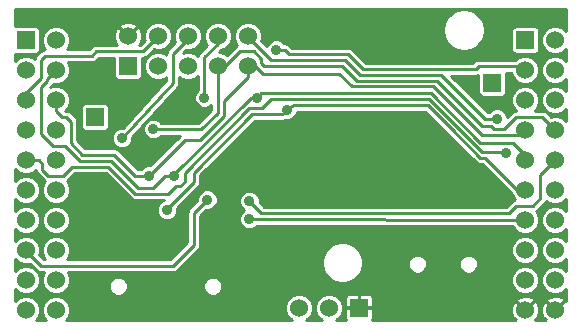
<source format=gbl>
G04 (created by PCBNEW (2013-07-07 BZR 4022)-stable) date 27/12/2013 08:41:32*
%MOIN*%
G04 Gerber Fmt 3.4, Leading zero omitted, Abs format*
%FSLAX34Y34*%
G01*
G70*
G90*
G04 APERTURE LIST*
%ADD10C,0.00590551*%
%ADD11R,0.06X0.06*%
%ADD12C,0.06*%
%ADD13C,0.035*%
%ADD14C,0.01*%
%ADD15C,0.00984252*%
G04 APERTURE END LIST*
G54D10*
G54D11*
X81100Y-69900D03*
G54D12*
X80100Y-69900D03*
X79100Y-69900D03*
G54D11*
X70000Y-60984D03*
G54D12*
X71000Y-60984D03*
X70000Y-61984D03*
X71000Y-61984D03*
X70000Y-62984D03*
X71000Y-62984D03*
X70000Y-63984D03*
X71000Y-63984D03*
X70000Y-64984D03*
X71000Y-64984D03*
X70000Y-65984D03*
X71000Y-65984D03*
X70000Y-66984D03*
X71000Y-66984D03*
X70000Y-67984D03*
X71000Y-67984D03*
X70000Y-68984D03*
X71000Y-68984D03*
X70000Y-69984D03*
X71000Y-69984D03*
G54D11*
X86650Y-60984D03*
G54D12*
X87650Y-60984D03*
X86650Y-61984D03*
X87650Y-61984D03*
X86650Y-62984D03*
X87650Y-62984D03*
X86650Y-63984D03*
X87650Y-63984D03*
X86650Y-64984D03*
X87650Y-64984D03*
X86650Y-65984D03*
X87650Y-65984D03*
X86650Y-66984D03*
X87650Y-66984D03*
X86650Y-67984D03*
X87650Y-67984D03*
X86650Y-68984D03*
X87650Y-68984D03*
X86650Y-69984D03*
X87650Y-69984D03*
G54D11*
X85550Y-62400D03*
X73400Y-61850D03*
G54D12*
X73400Y-60850D03*
X74400Y-61850D03*
X74400Y-60850D03*
X75400Y-61850D03*
X75400Y-60850D03*
X76400Y-61850D03*
X76400Y-60850D03*
X77400Y-61850D03*
X77400Y-60850D03*
G54D11*
X72300Y-63550D03*
G54D13*
X78350Y-61300D03*
X73200Y-64250D03*
X86000Y-64750D03*
X85700Y-63600D03*
X77450Y-66950D03*
X74250Y-63950D03*
X75950Y-62900D03*
X77700Y-62900D03*
X74950Y-65500D03*
X74100Y-65500D03*
X74700Y-66650D03*
X78700Y-63300D03*
X76050Y-66300D03*
X77450Y-66350D03*
X77100Y-68200D03*
X78400Y-67600D03*
X81750Y-63700D03*
X80650Y-63650D03*
X72600Y-61750D03*
X78500Y-60250D03*
X81650Y-61550D03*
G54D14*
X70500Y-62250D02*
X70500Y-61650D01*
X73200Y-61350D02*
X73900Y-61350D01*
X74400Y-60850D02*
X73900Y-61350D01*
X70000Y-62750D02*
X70500Y-62250D01*
X70000Y-62750D02*
X70000Y-62984D01*
X72350Y-61350D02*
X73200Y-61350D01*
X72200Y-61500D02*
X72350Y-61350D01*
X70650Y-61500D02*
X72200Y-61500D01*
X70500Y-61650D02*
X70650Y-61500D01*
X78350Y-61300D02*
X78630Y-61300D01*
X86516Y-61850D02*
X86650Y-61984D01*
X85100Y-61850D02*
X86516Y-61850D01*
X85000Y-61950D02*
X85100Y-61850D01*
X81230Y-61950D02*
X85000Y-61950D01*
X80730Y-61450D02*
X81230Y-61950D01*
X78780Y-61450D02*
X80730Y-61450D01*
X78630Y-61300D02*
X78780Y-61450D01*
X75400Y-60850D02*
X75400Y-60950D01*
X74900Y-62400D02*
X73200Y-64250D01*
X74900Y-61450D02*
X74900Y-62400D01*
X75400Y-60950D02*
X74900Y-61450D01*
X85200Y-64700D02*
X85950Y-64700D01*
X83445Y-62950D02*
X85195Y-64700D01*
X85195Y-64700D02*
X85200Y-64700D01*
X75300Y-65550D02*
X75300Y-65400D01*
X78180Y-62950D02*
X81100Y-62950D01*
X77880Y-63250D02*
X78180Y-62950D01*
X77450Y-63250D02*
X77880Y-63250D01*
X75300Y-65400D02*
X77450Y-63250D01*
X81100Y-62950D02*
X83445Y-62950D01*
X85950Y-64700D02*
X86000Y-64750D01*
X70000Y-64984D02*
X70434Y-64984D01*
X75300Y-65700D02*
X75300Y-65550D01*
X75300Y-65550D02*
X75300Y-65533D01*
X75150Y-65850D02*
X75300Y-65700D01*
X75000Y-65850D02*
X75150Y-65850D01*
X74750Y-66100D02*
X75000Y-65850D01*
X73650Y-66100D02*
X74750Y-66100D01*
X72750Y-65200D02*
X73650Y-66100D01*
X71550Y-65200D02*
X72750Y-65200D01*
X71250Y-65500D02*
X71550Y-65200D01*
X70750Y-65500D02*
X71250Y-65500D01*
X70550Y-65300D02*
X70750Y-65500D01*
X70550Y-65100D02*
X70550Y-65300D01*
X70434Y-64984D02*
X70550Y-65100D01*
X77400Y-60850D02*
X77400Y-60869D01*
X85300Y-63600D02*
X85700Y-63600D01*
X83850Y-62150D02*
X85300Y-63600D01*
X81150Y-62150D02*
X83850Y-62150D01*
X80650Y-61650D02*
X81150Y-62150D01*
X78180Y-61650D02*
X80650Y-61650D01*
X77400Y-60869D02*
X78180Y-61650D01*
X77450Y-66950D02*
X86650Y-66984D01*
X76400Y-61850D02*
X76650Y-61850D01*
X85500Y-63850D02*
X85600Y-63950D01*
X85600Y-63950D02*
X85950Y-63950D01*
X85950Y-63950D02*
X86350Y-63550D01*
X83550Y-62350D02*
X83700Y-62350D01*
X86350Y-63550D02*
X87200Y-63550D01*
X87200Y-63550D02*
X87634Y-63984D01*
X87634Y-63984D02*
X87650Y-63984D01*
X78050Y-61850D02*
X80550Y-61850D01*
X81050Y-62350D02*
X83550Y-62350D01*
X80550Y-61850D02*
X81050Y-62350D01*
X83700Y-62350D02*
X85200Y-63850D01*
X85200Y-63850D02*
X85500Y-63850D01*
X77950Y-61850D02*
X78050Y-61850D01*
X77850Y-61750D02*
X77950Y-61850D01*
X77850Y-61600D02*
X77850Y-61750D01*
X77600Y-61350D02*
X77850Y-61600D01*
X77150Y-61350D02*
X77600Y-61350D01*
X76650Y-61850D02*
X77150Y-61350D01*
X76400Y-63400D02*
X75838Y-63961D01*
X75838Y-63961D02*
X74250Y-63950D01*
X76400Y-61850D02*
X76400Y-63400D01*
X74950Y-65500D02*
X74950Y-65450D01*
X77500Y-62900D02*
X77700Y-62900D01*
X74950Y-65450D02*
X77500Y-62900D01*
X86650Y-64984D02*
X86650Y-64800D01*
X86650Y-64800D02*
X86250Y-64400D01*
X86250Y-64400D02*
X85150Y-64400D01*
X85150Y-64400D02*
X83500Y-62750D01*
X83500Y-62750D02*
X77850Y-62750D01*
X77850Y-62750D02*
X77700Y-62900D01*
X70500Y-64100D02*
X70500Y-62550D01*
X74650Y-65500D02*
X74250Y-65900D01*
X74250Y-65900D02*
X73750Y-65900D01*
X73750Y-65900D02*
X72850Y-65000D01*
X72850Y-65000D02*
X71800Y-65000D01*
X71800Y-65000D02*
X71300Y-64500D01*
X71300Y-64500D02*
X70900Y-64500D01*
X70900Y-64500D02*
X70500Y-64100D01*
X74950Y-65500D02*
X74650Y-65500D01*
X70700Y-62284D02*
X71000Y-61984D01*
X70700Y-62350D02*
X70700Y-62284D01*
X70500Y-62550D02*
X70700Y-62350D01*
X75950Y-61550D02*
X75950Y-62900D01*
X76400Y-60850D02*
X76400Y-61100D01*
X76400Y-61100D02*
X75950Y-61550D01*
X74950Y-65500D02*
X75000Y-65500D01*
X77400Y-61850D02*
X77650Y-61850D01*
X86484Y-64150D02*
X86650Y-63984D01*
X85200Y-64150D02*
X86484Y-64150D01*
X83580Y-62530D02*
X85200Y-64150D01*
X80880Y-62530D02*
X83580Y-62530D01*
X80450Y-62100D02*
X80880Y-62530D01*
X77900Y-62100D02*
X80450Y-62100D01*
X77650Y-61850D02*
X77900Y-62100D01*
X77400Y-61850D02*
X77400Y-62200D01*
X75300Y-64300D02*
X74100Y-65500D01*
X75800Y-64300D02*
X75300Y-64300D01*
X76600Y-63500D02*
X75800Y-64300D01*
X76600Y-63000D02*
X76600Y-63500D01*
X77400Y-62200D02*
X76600Y-63000D01*
X71000Y-62984D02*
X71000Y-63350D01*
X73650Y-65500D02*
X74100Y-65500D01*
X72950Y-64800D02*
X73650Y-65500D01*
X71880Y-64800D02*
X72950Y-64800D01*
X71500Y-64419D02*
X71880Y-64800D01*
X71500Y-63700D02*
X71500Y-64419D01*
X71350Y-63550D02*
X71500Y-63700D01*
X71200Y-63550D02*
X71350Y-63550D01*
X71000Y-63350D02*
X71200Y-63550D01*
X74700Y-66650D02*
X74700Y-66600D01*
X78550Y-63450D02*
X78700Y-63300D01*
X77550Y-63450D02*
X78550Y-63450D01*
X75600Y-65400D02*
X77550Y-63450D01*
X75600Y-65700D02*
X75600Y-65400D01*
X74700Y-66600D02*
X75600Y-65700D01*
X86650Y-65984D02*
X86384Y-65984D01*
X78930Y-63150D02*
X83390Y-63150D01*
X78700Y-63300D02*
X78700Y-63280D01*
X78700Y-63280D02*
X78930Y-63150D01*
X83390Y-63150D02*
X84170Y-63929D01*
X85140Y-64900D02*
X84170Y-63929D01*
X85300Y-64900D02*
X85140Y-64900D01*
X86384Y-65984D02*
X85300Y-64900D01*
X70000Y-68000D02*
X70000Y-67984D01*
X70500Y-68500D02*
X74250Y-68500D01*
X70000Y-68000D02*
X70500Y-68500D01*
X74900Y-68500D02*
X74250Y-68500D01*
X75600Y-67800D02*
X74900Y-68500D01*
X75600Y-66750D02*
X75600Y-67800D01*
X76050Y-66300D02*
X75600Y-66750D01*
X78200Y-66750D02*
X77850Y-66750D01*
X86350Y-66500D02*
X86100Y-66750D01*
X86100Y-66750D02*
X78200Y-66750D01*
X87650Y-64984D02*
X87150Y-65484D01*
X87150Y-66250D02*
X87150Y-65484D01*
X86900Y-66500D02*
X87150Y-66250D01*
X86900Y-66500D02*
X86350Y-66500D01*
X77850Y-66750D02*
X77450Y-66350D01*
X77800Y-68200D02*
X77100Y-68200D01*
X78400Y-67600D02*
X77800Y-68200D01*
X80700Y-63700D02*
X81750Y-63700D01*
X80650Y-63650D02*
X80700Y-63700D01*
X80250Y-60250D02*
X78500Y-60250D01*
X81650Y-61550D02*
X80250Y-60250D01*
G54D10*
G36*
X88003Y-63676D02*
X87915Y-63588D01*
X87743Y-63516D01*
X87557Y-63516D01*
X87498Y-63541D01*
X87353Y-63396D01*
X87283Y-63349D01*
X87200Y-63332D01*
X86962Y-63332D01*
X87045Y-63249D01*
X87117Y-63077D01*
X87117Y-62891D01*
X87046Y-62719D01*
X86915Y-62588D01*
X86743Y-62516D01*
X86557Y-62516D01*
X86385Y-62587D01*
X86254Y-62718D01*
X86182Y-62890D01*
X86182Y-63076D01*
X86253Y-63248D01*
X86339Y-63334D01*
X86266Y-63349D01*
X86196Y-63396D01*
X86196Y-63396D01*
X86196Y-63396D01*
X86042Y-63550D01*
X86042Y-63532D01*
X85990Y-63406D01*
X85894Y-63309D01*
X85768Y-63257D01*
X85632Y-63257D01*
X85506Y-63309D01*
X85433Y-63382D01*
X85390Y-63382D01*
X84174Y-62167D01*
X85000Y-62167D01*
X85082Y-62150D01*
X85082Y-62733D01*
X85108Y-62794D01*
X85155Y-62841D01*
X85216Y-62867D01*
X85283Y-62867D01*
X85883Y-62867D01*
X85944Y-62841D01*
X85991Y-62794D01*
X86017Y-62733D01*
X86017Y-62666D01*
X86017Y-62067D01*
X86182Y-62067D01*
X86182Y-62076D01*
X86253Y-62248D01*
X86384Y-62379D01*
X86556Y-62451D01*
X86742Y-62451D01*
X86914Y-62380D01*
X87045Y-62249D01*
X87117Y-62077D01*
X87117Y-61891D01*
X87117Y-61891D01*
X87117Y-61250D01*
X87117Y-60650D01*
X87091Y-60589D01*
X87044Y-60542D01*
X86983Y-60516D01*
X86916Y-60516D01*
X86316Y-60516D01*
X86255Y-60542D01*
X86208Y-60589D01*
X86182Y-60650D01*
X86182Y-60717D01*
X86182Y-61317D01*
X86208Y-61378D01*
X86255Y-61425D01*
X86316Y-61451D01*
X86383Y-61451D01*
X86983Y-61451D01*
X87044Y-61425D01*
X87091Y-61378D01*
X87117Y-61317D01*
X87117Y-61250D01*
X87117Y-61891D01*
X87046Y-61719D01*
X86915Y-61588D01*
X86743Y-61516D01*
X86557Y-61516D01*
X86385Y-61587D01*
X86340Y-61632D01*
X85292Y-61632D01*
X85292Y-60688D01*
X85292Y-60650D01*
X85292Y-60611D01*
X85292Y-60611D01*
X85292Y-60611D01*
X85292Y-60611D01*
X85255Y-60420D01*
X85225Y-60349D01*
X85225Y-60348D01*
X85117Y-60187D01*
X85117Y-60186D01*
X85062Y-60132D01*
X84901Y-60024D01*
X84900Y-60024D01*
X84829Y-59994D01*
X84638Y-59956D01*
X84561Y-59956D01*
X84560Y-59957D01*
X84370Y-59994D01*
X84299Y-60024D01*
X84298Y-60024D01*
X84137Y-60132D01*
X84136Y-60132D01*
X84082Y-60187D01*
X83974Y-60348D01*
X83974Y-60349D01*
X83944Y-60420D01*
X83906Y-60611D01*
X83906Y-60650D01*
X83906Y-60688D01*
X83944Y-60879D01*
X83974Y-60950D01*
X83974Y-60951D01*
X84082Y-61112D01*
X84136Y-61167D01*
X84137Y-61167D01*
X84298Y-61275D01*
X84299Y-61275D01*
X84370Y-61305D01*
X84560Y-61342D01*
X84561Y-61343D01*
X84638Y-61343D01*
X84829Y-61305D01*
X84900Y-61275D01*
X84901Y-61275D01*
X85062Y-61167D01*
X85117Y-61113D01*
X85117Y-61112D01*
X85225Y-60951D01*
X85225Y-60950D01*
X85255Y-60879D01*
X85292Y-60688D01*
X85292Y-60688D01*
X85292Y-60688D01*
X85292Y-60688D01*
X85292Y-61632D01*
X85100Y-61632D01*
X85016Y-61649D01*
X84946Y-61696D01*
X84909Y-61732D01*
X81320Y-61732D01*
X80883Y-61296D01*
X80813Y-61249D01*
X80730Y-61232D01*
X78870Y-61232D01*
X78783Y-61146D01*
X78713Y-61099D01*
X78630Y-61082D01*
X78616Y-61082D01*
X78544Y-61009D01*
X78418Y-60957D01*
X78282Y-60957D01*
X78156Y-61009D01*
X78059Y-61105D01*
X78025Y-61188D01*
X77841Y-61004D01*
X77867Y-60943D01*
X77867Y-60757D01*
X77796Y-60585D01*
X77665Y-60454D01*
X77493Y-60382D01*
X77307Y-60382D01*
X77135Y-60453D01*
X77004Y-60584D01*
X76932Y-60756D01*
X76932Y-60942D01*
X77003Y-61114D01*
X77049Y-61160D01*
X77049Y-61160D01*
X76996Y-61196D01*
X76701Y-61490D01*
X76665Y-61454D01*
X76493Y-61382D01*
X76424Y-61382D01*
X76489Y-61317D01*
X76492Y-61317D01*
X76664Y-61246D01*
X76795Y-61115D01*
X76867Y-60943D01*
X76867Y-60757D01*
X76796Y-60585D01*
X76665Y-60454D01*
X76493Y-60382D01*
X76307Y-60382D01*
X76135Y-60453D01*
X76004Y-60584D01*
X75932Y-60756D01*
X75932Y-60942D01*
X76003Y-61114D01*
X76040Y-61151D01*
X75796Y-61396D01*
X75749Y-61466D01*
X75737Y-61526D01*
X75665Y-61454D01*
X75493Y-61382D01*
X75307Y-61382D01*
X75251Y-61405D01*
X75340Y-61317D01*
X75492Y-61317D01*
X75664Y-61246D01*
X75795Y-61115D01*
X75867Y-60943D01*
X75867Y-60757D01*
X75796Y-60585D01*
X75665Y-60454D01*
X75493Y-60382D01*
X75307Y-60382D01*
X75135Y-60453D01*
X75004Y-60584D01*
X74932Y-60756D01*
X74932Y-60942D01*
X74981Y-61061D01*
X74746Y-61296D01*
X74699Y-61366D01*
X74682Y-61450D01*
X74682Y-61471D01*
X74665Y-61454D01*
X74493Y-61382D01*
X74307Y-61382D01*
X74135Y-61453D01*
X74004Y-61584D01*
X73932Y-61756D01*
X73932Y-61942D01*
X74003Y-62114D01*
X74134Y-62245D01*
X74306Y-62317D01*
X74492Y-62317D01*
X74664Y-62246D01*
X74682Y-62228D01*
X74682Y-62316D01*
X73219Y-63907D01*
X73132Y-63907D01*
X73006Y-63959D01*
X72909Y-64055D01*
X72857Y-64181D01*
X72857Y-64317D01*
X72909Y-64443D01*
X73005Y-64540D01*
X73131Y-64592D01*
X73267Y-64592D01*
X73393Y-64540D01*
X73490Y-64444D01*
X73542Y-64318D01*
X73542Y-64198D01*
X75060Y-62547D01*
X75090Y-62498D01*
X75100Y-62483D01*
X75101Y-62481D01*
X75104Y-62475D01*
X75113Y-62420D01*
X75117Y-62400D01*
X75117Y-62394D01*
X75117Y-62391D01*
X75117Y-62389D01*
X75117Y-62228D01*
X75134Y-62245D01*
X75306Y-62317D01*
X75492Y-62317D01*
X75664Y-62246D01*
X75732Y-62178D01*
X75732Y-62633D01*
X75659Y-62705D01*
X75607Y-62831D01*
X75607Y-62967D01*
X75659Y-63093D01*
X75755Y-63190D01*
X75881Y-63242D01*
X76017Y-63242D01*
X76143Y-63190D01*
X76182Y-63151D01*
X76182Y-63309D01*
X75749Y-63743D01*
X74518Y-63734D01*
X74444Y-63659D01*
X74318Y-63607D01*
X74182Y-63607D01*
X74056Y-63659D01*
X73959Y-63755D01*
X73907Y-63881D01*
X73907Y-64017D01*
X73959Y-64143D01*
X74055Y-64240D01*
X74181Y-64292D01*
X74317Y-64292D01*
X74443Y-64240D01*
X74514Y-64169D01*
X75119Y-64173D01*
X74134Y-65157D01*
X74032Y-65157D01*
X73906Y-65209D01*
X73833Y-65282D01*
X73740Y-65282D01*
X73103Y-64646D01*
X73033Y-64599D01*
X72950Y-64582D01*
X72767Y-64582D01*
X72767Y-63816D01*
X72767Y-63216D01*
X72741Y-63155D01*
X72694Y-63108D01*
X72633Y-63082D01*
X72566Y-63082D01*
X71966Y-63082D01*
X71905Y-63108D01*
X71858Y-63155D01*
X71832Y-63216D01*
X71832Y-63283D01*
X71832Y-63883D01*
X71858Y-63944D01*
X71905Y-63991D01*
X71966Y-64017D01*
X72033Y-64017D01*
X72633Y-64017D01*
X72694Y-63991D01*
X72741Y-63944D01*
X72767Y-63883D01*
X72767Y-63816D01*
X72767Y-64582D01*
X71970Y-64582D01*
X71717Y-64329D01*
X71717Y-63700D01*
X71700Y-63616D01*
X71700Y-63616D01*
X71653Y-63546D01*
X71503Y-63396D01*
X71433Y-63349D01*
X71350Y-63332D01*
X71312Y-63332D01*
X71395Y-63249D01*
X71467Y-63077D01*
X71467Y-62891D01*
X71396Y-62719D01*
X71265Y-62588D01*
X71093Y-62516D01*
X70907Y-62516D01*
X70793Y-62563D01*
X70853Y-62503D01*
X70892Y-62445D01*
X70906Y-62451D01*
X71092Y-62451D01*
X71264Y-62380D01*
X71395Y-62249D01*
X71467Y-62077D01*
X71467Y-61891D01*
X71396Y-61719D01*
X71394Y-61717D01*
X72200Y-61717D01*
X72283Y-61700D01*
X72283Y-61700D01*
X72353Y-61653D01*
X72440Y-61567D01*
X72932Y-61567D01*
X72932Y-61583D01*
X72932Y-62183D01*
X72958Y-62244D01*
X73005Y-62291D01*
X73066Y-62317D01*
X73133Y-62317D01*
X73733Y-62317D01*
X73794Y-62291D01*
X73841Y-62244D01*
X73867Y-62183D01*
X73867Y-62116D01*
X73867Y-61567D01*
X73900Y-61567D01*
X73983Y-61550D01*
X73983Y-61550D01*
X74053Y-61503D01*
X74259Y-61297D01*
X74306Y-61317D01*
X74492Y-61317D01*
X74664Y-61246D01*
X74795Y-61115D01*
X74867Y-60943D01*
X74867Y-60757D01*
X74796Y-60585D01*
X74665Y-60454D01*
X74493Y-60382D01*
X74307Y-60382D01*
X74135Y-60453D01*
X74004Y-60584D01*
X73932Y-60756D01*
X73932Y-60942D01*
X73952Y-60990D01*
X73809Y-61132D01*
X73762Y-61132D01*
X73791Y-61122D01*
X73865Y-60951D01*
X73868Y-60765D01*
X73801Y-60592D01*
X73791Y-60577D01*
X73714Y-60549D01*
X73700Y-60563D01*
X73700Y-60535D01*
X73672Y-60458D01*
X73501Y-60384D01*
X73315Y-60381D01*
X73142Y-60448D01*
X73127Y-60458D01*
X73099Y-60535D01*
X73400Y-60836D01*
X73700Y-60535D01*
X73700Y-60563D01*
X73413Y-60850D01*
X73419Y-60855D01*
X73405Y-60869D01*
X73400Y-60863D01*
X73394Y-60869D01*
X73380Y-60855D01*
X73386Y-60850D01*
X73085Y-60549D01*
X73008Y-60577D01*
X72934Y-60748D01*
X72931Y-60934D01*
X72998Y-61107D01*
X73008Y-61122D01*
X73037Y-61132D01*
X72350Y-61132D01*
X72266Y-61149D01*
X72196Y-61196D01*
X72109Y-61282D01*
X71362Y-61282D01*
X71395Y-61249D01*
X71467Y-61077D01*
X71467Y-60891D01*
X71396Y-60719D01*
X71265Y-60588D01*
X71093Y-60516D01*
X70907Y-60516D01*
X70735Y-60587D01*
X70604Y-60718D01*
X70532Y-60890D01*
X70532Y-61076D01*
X70603Y-61248D01*
X70639Y-61284D01*
X70566Y-61299D01*
X70496Y-61346D01*
X70346Y-61496D01*
X70299Y-61566D01*
X70290Y-61613D01*
X70265Y-61588D01*
X70093Y-61516D01*
X69907Y-61516D01*
X69735Y-61587D01*
X69646Y-61676D01*
X69646Y-61443D01*
X69666Y-61451D01*
X69733Y-61451D01*
X70333Y-61451D01*
X70394Y-61425D01*
X70441Y-61378D01*
X70467Y-61317D01*
X70467Y-61250D01*
X70467Y-60650D01*
X70441Y-60589D01*
X70394Y-60542D01*
X70333Y-60516D01*
X70266Y-60516D01*
X69666Y-60516D01*
X69646Y-60524D01*
X69646Y-59946D01*
X88003Y-59946D01*
X88003Y-60676D01*
X87915Y-60588D01*
X87743Y-60516D01*
X87557Y-60516D01*
X87385Y-60587D01*
X87254Y-60718D01*
X87182Y-60890D01*
X87182Y-61076D01*
X87253Y-61248D01*
X87384Y-61379D01*
X87556Y-61451D01*
X87742Y-61451D01*
X87914Y-61380D01*
X88003Y-61291D01*
X88003Y-61676D01*
X87915Y-61588D01*
X87743Y-61516D01*
X87557Y-61516D01*
X87385Y-61587D01*
X87254Y-61718D01*
X87182Y-61890D01*
X87182Y-62076D01*
X87253Y-62248D01*
X87384Y-62379D01*
X87556Y-62451D01*
X87742Y-62451D01*
X87914Y-62380D01*
X88003Y-62291D01*
X88003Y-62676D01*
X87915Y-62588D01*
X87743Y-62516D01*
X87557Y-62516D01*
X87385Y-62587D01*
X87254Y-62718D01*
X87182Y-62890D01*
X87182Y-63076D01*
X87253Y-63248D01*
X87384Y-63379D01*
X87556Y-63451D01*
X87742Y-63451D01*
X87914Y-63380D01*
X88003Y-63291D01*
X88003Y-63676D01*
X88003Y-63676D01*
G37*
G54D15*
X88003Y-63676D02*
X87915Y-63588D01*
X87743Y-63516D01*
X87557Y-63516D01*
X87498Y-63541D01*
X87353Y-63396D01*
X87283Y-63349D01*
X87200Y-63332D01*
X86962Y-63332D01*
X87045Y-63249D01*
X87117Y-63077D01*
X87117Y-62891D01*
X87046Y-62719D01*
X86915Y-62588D01*
X86743Y-62516D01*
X86557Y-62516D01*
X86385Y-62587D01*
X86254Y-62718D01*
X86182Y-62890D01*
X86182Y-63076D01*
X86253Y-63248D01*
X86339Y-63334D01*
X86266Y-63349D01*
X86196Y-63396D01*
X86196Y-63396D01*
X86196Y-63396D01*
X86042Y-63550D01*
X86042Y-63532D01*
X85990Y-63406D01*
X85894Y-63309D01*
X85768Y-63257D01*
X85632Y-63257D01*
X85506Y-63309D01*
X85433Y-63382D01*
X85390Y-63382D01*
X84174Y-62167D01*
X85000Y-62167D01*
X85082Y-62150D01*
X85082Y-62733D01*
X85108Y-62794D01*
X85155Y-62841D01*
X85216Y-62867D01*
X85283Y-62867D01*
X85883Y-62867D01*
X85944Y-62841D01*
X85991Y-62794D01*
X86017Y-62733D01*
X86017Y-62666D01*
X86017Y-62067D01*
X86182Y-62067D01*
X86182Y-62076D01*
X86253Y-62248D01*
X86384Y-62379D01*
X86556Y-62451D01*
X86742Y-62451D01*
X86914Y-62380D01*
X87045Y-62249D01*
X87117Y-62077D01*
X87117Y-61891D01*
X87117Y-61891D01*
X87117Y-61250D01*
X87117Y-60650D01*
X87091Y-60589D01*
X87044Y-60542D01*
X86983Y-60516D01*
X86916Y-60516D01*
X86316Y-60516D01*
X86255Y-60542D01*
X86208Y-60589D01*
X86182Y-60650D01*
X86182Y-60717D01*
X86182Y-61317D01*
X86208Y-61378D01*
X86255Y-61425D01*
X86316Y-61451D01*
X86383Y-61451D01*
X86983Y-61451D01*
X87044Y-61425D01*
X87091Y-61378D01*
X87117Y-61317D01*
X87117Y-61250D01*
X87117Y-61891D01*
X87046Y-61719D01*
X86915Y-61588D01*
X86743Y-61516D01*
X86557Y-61516D01*
X86385Y-61587D01*
X86340Y-61632D01*
X85292Y-61632D01*
X85292Y-60688D01*
X85292Y-60650D01*
X85292Y-60611D01*
X85292Y-60611D01*
X85292Y-60611D01*
X85292Y-60611D01*
X85255Y-60420D01*
X85225Y-60349D01*
X85225Y-60348D01*
X85117Y-60187D01*
X85117Y-60186D01*
X85062Y-60132D01*
X84901Y-60024D01*
X84900Y-60024D01*
X84829Y-59994D01*
X84638Y-59956D01*
X84561Y-59956D01*
X84560Y-59957D01*
X84370Y-59994D01*
X84299Y-60024D01*
X84298Y-60024D01*
X84137Y-60132D01*
X84136Y-60132D01*
X84082Y-60187D01*
X83974Y-60348D01*
X83974Y-60349D01*
X83944Y-60420D01*
X83906Y-60611D01*
X83906Y-60650D01*
X83906Y-60688D01*
X83944Y-60879D01*
X83974Y-60950D01*
X83974Y-60951D01*
X84082Y-61112D01*
X84136Y-61167D01*
X84137Y-61167D01*
X84298Y-61275D01*
X84299Y-61275D01*
X84370Y-61305D01*
X84560Y-61342D01*
X84561Y-61343D01*
X84638Y-61343D01*
X84829Y-61305D01*
X84900Y-61275D01*
X84901Y-61275D01*
X85062Y-61167D01*
X85117Y-61113D01*
X85117Y-61112D01*
X85225Y-60951D01*
X85225Y-60950D01*
X85255Y-60879D01*
X85292Y-60688D01*
X85292Y-60688D01*
X85292Y-60688D01*
X85292Y-60688D01*
X85292Y-61632D01*
X85100Y-61632D01*
X85016Y-61649D01*
X84946Y-61696D01*
X84909Y-61732D01*
X81320Y-61732D01*
X80883Y-61296D01*
X80813Y-61249D01*
X80730Y-61232D01*
X78870Y-61232D01*
X78783Y-61146D01*
X78713Y-61099D01*
X78630Y-61082D01*
X78616Y-61082D01*
X78544Y-61009D01*
X78418Y-60957D01*
X78282Y-60957D01*
X78156Y-61009D01*
X78059Y-61105D01*
X78025Y-61188D01*
X77841Y-61004D01*
X77867Y-60943D01*
X77867Y-60757D01*
X77796Y-60585D01*
X77665Y-60454D01*
X77493Y-60382D01*
X77307Y-60382D01*
X77135Y-60453D01*
X77004Y-60584D01*
X76932Y-60756D01*
X76932Y-60942D01*
X77003Y-61114D01*
X77049Y-61160D01*
X77049Y-61160D01*
X76996Y-61196D01*
X76701Y-61490D01*
X76665Y-61454D01*
X76493Y-61382D01*
X76424Y-61382D01*
X76489Y-61317D01*
X76492Y-61317D01*
X76664Y-61246D01*
X76795Y-61115D01*
X76867Y-60943D01*
X76867Y-60757D01*
X76796Y-60585D01*
X76665Y-60454D01*
X76493Y-60382D01*
X76307Y-60382D01*
X76135Y-60453D01*
X76004Y-60584D01*
X75932Y-60756D01*
X75932Y-60942D01*
X76003Y-61114D01*
X76040Y-61151D01*
X75796Y-61396D01*
X75749Y-61466D01*
X75737Y-61526D01*
X75665Y-61454D01*
X75493Y-61382D01*
X75307Y-61382D01*
X75251Y-61405D01*
X75340Y-61317D01*
X75492Y-61317D01*
X75664Y-61246D01*
X75795Y-61115D01*
X75867Y-60943D01*
X75867Y-60757D01*
X75796Y-60585D01*
X75665Y-60454D01*
X75493Y-60382D01*
X75307Y-60382D01*
X75135Y-60453D01*
X75004Y-60584D01*
X74932Y-60756D01*
X74932Y-60942D01*
X74981Y-61061D01*
X74746Y-61296D01*
X74699Y-61366D01*
X74682Y-61450D01*
X74682Y-61471D01*
X74665Y-61454D01*
X74493Y-61382D01*
X74307Y-61382D01*
X74135Y-61453D01*
X74004Y-61584D01*
X73932Y-61756D01*
X73932Y-61942D01*
X74003Y-62114D01*
X74134Y-62245D01*
X74306Y-62317D01*
X74492Y-62317D01*
X74664Y-62246D01*
X74682Y-62228D01*
X74682Y-62316D01*
X73219Y-63907D01*
X73132Y-63907D01*
X73006Y-63959D01*
X72909Y-64055D01*
X72857Y-64181D01*
X72857Y-64317D01*
X72909Y-64443D01*
X73005Y-64540D01*
X73131Y-64592D01*
X73267Y-64592D01*
X73393Y-64540D01*
X73490Y-64444D01*
X73542Y-64318D01*
X73542Y-64198D01*
X75060Y-62547D01*
X75090Y-62498D01*
X75100Y-62483D01*
X75101Y-62481D01*
X75104Y-62475D01*
X75113Y-62420D01*
X75117Y-62400D01*
X75117Y-62394D01*
X75117Y-62391D01*
X75117Y-62389D01*
X75117Y-62228D01*
X75134Y-62245D01*
X75306Y-62317D01*
X75492Y-62317D01*
X75664Y-62246D01*
X75732Y-62178D01*
X75732Y-62633D01*
X75659Y-62705D01*
X75607Y-62831D01*
X75607Y-62967D01*
X75659Y-63093D01*
X75755Y-63190D01*
X75881Y-63242D01*
X76017Y-63242D01*
X76143Y-63190D01*
X76182Y-63151D01*
X76182Y-63309D01*
X75749Y-63743D01*
X74518Y-63734D01*
X74444Y-63659D01*
X74318Y-63607D01*
X74182Y-63607D01*
X74056Y-63659D01*
X73959Y-63755D01*
X73907Y-63881D01*
X73907Y-64017D01*
X73959Y-64143D01*
X74055Y-64240D01*
X74181Y-64292D01*
X74317Y-64292D01*
X74443Y-64240D01*
X74514Y-64169D01*
X75119Y-64173D01*
X74134Y-65157D01*
X74032Y-65157D01*
X73906Y-65209D01*
X73833Y-65282D01*
X73740Y-65282D01*
X73103Y-64646D01*
X73033Y-64599D01*
X72950Y-64582D01*
X72767Y-64582D01*
X72767Y-63816D01*
X72767Y-63216D01*
X72741Y-63155D01*
X72694Y-63108D01*
X72633Y-63082D01*
X72566Y-63082D01*
X71966Y-63082D01*
X71905Y-63108D01*
X71858Y-63155D01*
X71832Y-63216D01*
X71832Y-63283D01*
X71832Y-63883D01*
X71858Y-63944D01*
X71905Y-63991D01*
X71966Y-64017D01*
X72033Y-64017D01*
X72633Y-64017D01*
X72694Y-63991D01*
X72741Y-63944D01*
X72767Y-63883D01*
X72767Y-63816D01*
X72767Y-64582D01*
X71970Y-64582D01*
X71717Y-64329D01*
X71717Y-63700D01*
X71700Y-63616D01*
X71700Y-63616D01*
X71653Y-63546D01*
X71503Y-63396D01*
X71433Y-63349D01*
X71350Y-63332D01*
X71312Y-63332D01*
X71395Y-63249D01*
X71467Y-63077D01*
X71467Y-62891D01*
X71396Y-62719D01*
X71265Y-62588D01*
X71093Y-62516D01*
X70907Y-62516D01*
X70793Y-62563D01*
X70853Y-62503D01*
X70892Y-62445D01*
X70906Y-62451D01*
X71092Y-62451D01*
X71264Y-62380D01*
X71395Y-62249D01*
X71467Y-62077D01*
X71467Y-61891D01*
X71396Y-61719D01*
X71394Y-61717D01*
X72200Y-61717D01*
X72283Y-61700D01*
X72283Y-61700D01*
X72353Y-61653D01*
X72440Y-61567D01*
X72932Y-61567D01*
X72932Y-61583D01*
X72932Y-62183D01*
X72958Y-62244D01*
X73005Y-62291D01*
X73066Y-62317D01*
X73133Y-62317D01*
X73733Y-62317D01*
X73794Y-62291D01*
X73841Y-62244D01*
X73867Y-62183D01*
X73867Y-62116D01*
X73867Y-61567D01*
X73900Y-61567D01*
X73983Y-61550D01*
X73983Y-61550D01*
X74053Y-61503D01*
X74259Y-61297D01*
X74306Y-61317D01*
X74492Y-61317D01*
X74664Y-61246D01*
X74795Y-61115D01*
X74867Y-60943D01*
X74867Y-60757D01*
X74796Y-60585D01*
X74665Y-60454D01*
X74493Y-60382D01*
X74307Y-60382D01*
X74135Y-60453D01*
X74004Y-60584D01*
X73932Y-60756D01*
X73932Y-60942D01*
X73952Y-60990D01*
X73809Y-61132D01*
X73762Y-61132D01*
X73791Y-61122D01*
X73865Y-60951D01*
X73868Y-60765D01*
X73801Y-60592D01*
X73791Y-60577D01*
X73714Y-60549D01*
X73700Y-60563D01*
X73700Y-60535D01*
X73672Y-60458D01*
X73501Y-60384D01*
X73315Y-60381D01*
X73142Y-60448D01*
X73127Y-60458D01*
X73099Y-60535D01*
X73400Y-60836D01*
X73700Y-60535D01*
X73700Y-60563D01*
X73413Y-60850D01*
X73419Y-60855D01*
X73405Y-60869D01*
X73400Y-60863D01*
X73394Y-60869D01*
X73380Y-60855D01*
X73386Y-60850D01*
X73085Y-60549D01*
X73008Y-60577D01*
X72934Y-60748D01*
X72931Y-60934D01*
X72998Y-61107D01*
X73008Y-61122D01*
X73037Y-61132D01*
X72350Y-61132D01*
X72266Y-61149D01*
X72196Y-61196D01*
X72109Y-61282D01*
X71362Y-61282D01*
X71395Y-61249D01*
X71467Y-61077D01*
X71467Y-60891D01*
X71396Y-60719D01*
X71265Y-60588D01*
X71093Y-60516D01*
X70907Y-60516D01*
X70735Y-60587D01*
X70604Y-60718D01*
X70532Y-60890D01*
X70532Y-61076D01*
X70603Y-61248D01*
X70639Y-61284D01*
X70566Y-61299D01*
X70496Y-61346D01*
X70346Y-61496D01*
X70299Y-61566D01*
X70290Y-61613D01*
X70265Y-61588D01*
X70093Y-61516D01*
X69907Y-61516D01*
X69735Y-61587D01*
X69646Y-61676D01*
X69646Y-61443D01*
X69666Y-61451D01*
X69733Y-61451D01*
X70333Y-61451D01*
X70394Y-61425D01*
X70441Y-61378D01*
X70467Y-61317D01*
X70467Y-61250D01*
X70467Y-60650D01*
X70441Y-60589D01*
X70394Y-60542D01*
X70333Y-60516D01*
X70266Y-60516D01*
X69666Y-60516D01*
X69646Y-60524D01*
X69646Y-59946D01*
X88003Y-59946D01*
X88003Y-60676D01*
X87915Y-60588D01*
X87743Y-60516D01*
X87557Y-60516D01*
X87385Y-60587D01*
X87254Y-60718D01*
X87182Y-60890D01*
X87182Y-61076D01*
X87253Y-61248D01*
X87384Y-61379D01*
X87556Y-61451D01*
X87742Y-61451D01*
X87914Y-61380D01*
X88003Y-61291D01*
X88003Y-61676D01*
X87915Y-61588D01*
X87743Y-61516D01*
X87557Y-61516D01*
X87385Y-61587D01*
X87254Y-61718D01*
X87182Y-61890D01*
X87182Y-62076D01*
X87253Y-62248D01*
X87384Y-62379D01*
X87556Y-62451D01*
X87742Y-62451D01*
X87914Y-62380D01*
X88003Y-62291D01*
X88003Y-62676D01*
X87915Y-62588D01*
X87743Y-62516D01*
X87557Y-62516D01*
X87385Y-62587D01*
X87254Y-62718D01*
X87182Y-62890D01*
X87182Y-63076D01*
X87253Y-63248D01*
X87384Y-63379D01*
X87556Y-63451D01*
X87742Y-63451D01*
X87914Y-63380D01*
X88003Y-63291D01*
X88003Y-63676D01*
G54D10*
G36*
X88003Y-69697D02*
X87964Y-69683D01*
X87950Y-69697D01*
X87950Y-69669D01*
X87922Y-69592D01*
X87751Y-69518D01*
X87565Y-69515D01*
X87392Y-69582D01*
X87377Y-69592D01*
X87349Y-69669D01*
X87650Y-69970D01*
X87950Y-69669D01*
X87950Y-69697D01*
X87663Y-69984D01*
X87669Y-69989D01*
X87655Y-70003D01*
X87650Y-69997D01*
X87644Y-70003D01*
X87636Y-69995D01*
X87630Y-69989D01*
X87636Y-69984D01*
X87335Y-69683D01*
X87258Y-69711D01*
X87184Y-69882D01*
X87181Y-70068D01*
X87248Y-70241D01*
X87258Y-70256D01*
X87335Y-70284D01*
X87316Y-70303D01*
X87118Y-70303D01*
X86983Y-70303D01*
X86964Y-70284D01*
X87041Y-70256D01*
X87115Y-70085D01*
X87118Y-69899D01*
X87117Y-69895D01*
X87117Y-68891D01*
X87117Y-67891D01*
X87046Y-67719D01*
X86915Y-67588D01*
X86743Y-67516D01*
X86557Y-67516D01*
X86385Y-67587D01*
X86254Y-67718D01*
X86182Y-67890D01*
X86182Y-68076D01*
X86253Y-68248D01*
X86384Y-68379D01*
X86556Y-68451D01*
X86742Y-68451D01*
X86914Y-68380D01*
X87045Y-68249D01*
X87117Y-68077D01*
X87117Y-67891D01*
X87117Y-68891D01*
X87046Y-68719D01*
X86915Y-68588D01*
X86743Y-68516D01*
X86557Y-68516D01*
X86385Y-68587D01*
X86254Y-68718D01*
X86182Y-68890D01*
X86182Y-69076D01*
X86253Y-69248D01*
X86384Y-69379D01*
X86556Y-69451D01*
X86742Y-69451D01*
X86914Y-69380D01*
X87045Y-69249D01*
X87117Y-69077D01*
X87117Y-68891D01*
X87117Y-69895D01*
X87051Y-69726D01*
X87041Y-69711D01*
X86964Y-69683D01*
X86950Y-69697D01*
X86950Y-69669D01*
X86922Y-69592D01*
X86751Y-69518D01*
X86565Y-69515D01*
X86392Y-69582D01*
X86377Y-69592D01*
X86349Y-69669D01*
X86650Y-69970D01*
X86950Y-69669D01*
X86950Y-69697D01*
X86663Y-69984D01*
X86669Y-69989D01*
X86655Y-70003D01*
X86650Y-69997D01*
X86644Y-70003D01*
X86636Y-69995D01*
X86630Y-69989D01*
X86636Y-69984D01*
X86335Y-69683D01*
X86258Y-69711D01*
X86184Y-69882D01*
X86181Y-70068D01*
X86248Y-70241D01*
X86258Y-70256D01*
X86335Y-70284D01*
X86316Y-70303D01*
X85067Y-70303D01*
X85067Y-68387D01*
X85019Y-68270D01*
X84929Y-68181D01*
X84813Y-68132D01*
X84687Y-68132D01*
X84570Y-68180D01*
X84481Y-68270D01*
X84432Y-68386D01*
X84432Y-68512D01*
X84480Y-68629D01*
X84570Y-68718D01*
X84686Y-68767D01*
X84812Y-68767D01*
X84929Y-68719D01*
X85018Y-68629D01*
X85067Y-68513D01*
X85067Y-68387D01*
X85067Y-70303D01*
X83367Y-70303D01*
X83367Y-68387D01*
X83319Y-68270D01*
X83229Y-68181D01*
X83113Y-68132D01*
X82987Y-68132D01*
X82870Y-68180D01*
X82781Y-68270D01*
X82732Y-68386D01*
X82732Y-68512D01*
X82780Y-68629D01*
X82870Y-68718D01*
X82986Y-68767D01*
X83112Y-68767D01*
X83229Y-68719D01*
X83318Y-68629D01*
X83367Y-68513D01*
X83367Y-68387D01*
X83367Y-70303D01*
X81533Y-70303D01*
X81541Y-70294D01*
X81567Y-70233D01*
X81567Y-70166D01*
X81567Y-69633D01*
X81567Y-69566D01*
X81541Y-69505D01*
X81494Y-69458D01*
X81433Y-69432D01*
X81242Y-69432D01*
X81242Y-68438D01*
X81242Y-68400D01*
X81242Y-68361D01*
X81242Y-68361D01*
X81242Y-68361D01*
X81242Y-68361D01*
X81205Y-68170D01*
X81175Y-68099D01*
X81175Y-68098D01*
X81067Y-67937D01*
X81067Y-67936D01*
X81012Y-67882D01*
X80851Y-67774D01*
X80850Y-67774D01*
X80779Y-67744D01*
X80588Y-67706D01*
X80511Y-67706D01*
X80510Y-67707D01*
X80320Y-67744D01*
X80249Y-67774D01*
X80248Y-67774D01*
X80087Y-67882D01*
X80086Y-67882D01*
X80032Y-67937D01*
X79924Y-68098D01*
X79924Y-68099D01*
X79894Y-68170D01*
X79856Y-68361D01*
X79856Y-68400D01*
X79856Y-68438D01*
X79894Y-68629D01*
X79924Y-68700D01*
X79924Y-68701D01*
X80032Y-68862D01*
X80086Y-68917D01*
X80087Y-68917D01*
X80248Y-69025D01*
X80249Y-69025D01*
X80320Y-69055D01*
X80510Y-69092D01*
X80511Y-69093D01*
X80588Y-69093D01*
X80779Y-69055D01*
X80850Y-69025D01*
X80851Y-69025D01*
X81012Y-68917D01*
X81067Y-68863D01*
X81067Y-68862D01*
X81175Y-68701D01*
X81175Y-68700D01*
X81205Y-68629D01*
X81242Y-68438D01*
X81242Y-68438D01*
X81242Y-68438D01*
X81242Y-68438D01*
X81242Y-69432D01*
X81151Y-69432D01*
X81109Y-69474D01*
X81109Y-69890D01*
X81525Y-69890D01*
X81567Y-69848D01*
X81567Y-69633D01*
X81567Y-70166D01*
X81567Y-69951D01*
X81525Y-69909D01*
X81109Y-69909D01*
X81109Y-69917D01*
X81090Y-69917D01*
X81090Y-69909D01*
X81090Y-69890D01*
X81090Y-69474D01*
X81048Y-69432D01*
X80766Y-69432D01*
X80705Y-69458D01*
X80658Y-69505D01*
X80632Y-69566D01*
X80632Y-69633D01*
X80632Y-69848D01*
X80674Y-69890D01*
X81090Y-69890D01*
X81090Y-69909D01*
X80674Y-69909D01*
X80632Y-69951D01*
X80632Y-70166D01*
X80632Y-70233D01*
X80658Y-70294D01*
X80666Y-70303D01*
X80348Y-70303D01*
X80364Y-70296D01*
X80495Y-70165D01*
X80567Y-69993D01*
X80567Y-69807D01*
X80496Y-69635D01*
X80365Y-69504D01*
X80193Y-69432D01*
X80007Y-69432D01*
X79835Y-69503D01*
X79704Y-69634D01*
X79632Y-69806D01*
X79632Y-69992D01*
X79703Y-70164D01*
X79834Y-70295D01*
X79852Y-70303D01*
X79348Y-70303D01*
X79364Y-70296D01*
X79495Y-70165D01*
X79567Y-69993D01*
X79567Y-69807D01*
X79496Y-69635D01*
X79365Y-69504D01*
X79193Y-69432D01*
X79007Y-69432D01*
X78835Y-69503D01*
X78704Y-69634D01*
X78632Y-69806D01*
X78632Y-69992D01*
X78703Y-70164D01*
X78834Y-70295D01*
X78852Y-70303D01*
X76543Y-70303D01*
X76543Y-69128D01*
X76495Y-69011D01*
X76405Y-68922D01*
X76289Y-68874D01*
X76163Y-68873D01*
X76046Y-68922D01*
X75957Y-69011D01*
X75908Y-69127D01*
X75908Y-69254D01*
X75956Y-69370D01*
X76046Y-69460D01*
X76162Y-69508D01*
X76288Y-69508D01*
X76405Y-69460D01*
X76494Y-69371D01*
X76543Y-69254D01*
X76543Y-69128D01*
X76543Y-70303D01*
X73393Y-70303D01*
X73393Y-69128D01*
X73345Y-69011D01*
X73256Y-68922D01*
X73139Y-68874D01*
X73013Y-68873D01*
X72896Y-68922D01*
X72807Y-69011D01*
X72759Y-69127D01*
X72759Y-69254D01*
X72807Y-69370D01*
X72896Y-69460D01*
X73012Y-69508D01*
X73139Y-69508D01*
X73255Y-69460D01*
X73345Y-69371D01*
X73393Y-69254D01*
X73393Y-69128D01*
X73393Y-70303D01*
X71341Y-70303D01*
X71395Y-70249D01*
X71467Y-70077D01*
X71467Y-69891D01*
X71396Y-69719D01*
X71265Y-69588D01*
X71093Y-69516D01*
X70907Y-69516D01*
X70735Y-69587D01*
X70604Y-69718D01*
X70532Y-69890D01*
X70532Y-70076D01*
X70603Y-70248D01*
X70658Y-70303D01*
X70341Y-70303D01*
X70395Y-70249D01*
X70467Y-70077D01*
X70467Y-69891D01*
X70396Y-69719D01*
X70265Y-69588D01*
X70093Y-69516D01*
X69907Y-69516D01*
X69735Y-69587D01*
X69646Y-69676D01*
X69646Y-69291D01*
X69734Y-69379D01*
X69906Y-69451D01*
X70092Y-69451D01*
X70264Y-69380D01*
X70395Y-69249D01*
X70467Y-69077D01*
X70467Y-68891D01*
X70396Y-68719D01*
X70265Y-68588D01*
X70093Y-68516D01*
X69907Y-68516D01*
X69735Y-68587D01*
X69646Y-68676D01*
X69646Y-68291D01*
X69734Y-68379D01*
X69906Y-68451D01*
X70092Y-68451D01*
X70129Y-68436D01*
X70346Y-68653D01*
X70416Y-68700D01*
X70416Y-68700D01*
X70500Y-68717D01*
X70605Y-68717D01*
X70604Y-68718D01*
X70532Y-68890D01*
X70532Y-69076D01*
X70603Y-69248D01*
X70734Y-69379D01*
X70906Y-69451D01*
X71092Y-69451D01*
X71264Y-69380D01*
X71395Y-69249D01*
X71467Y-69077D01*
X71467Y-68891D01*
X71396Y-68719D01*
X71394Y-68717D01*
X74250Y-68717D01*
X74900Y-68717D01*
X74983Y-68700D01*
X74983Y-68700D01*
X75053Y-68653D01*
X75753Y-67953D01*
X75753Y-67953D01*
X75753Y-67953D01*
X75800Y-67883D01*
X75800Y-67883D01*
X75814Y-67816D01*
X75817Y-67800D01*
X75817Y-67800D01*
X75817Y-67800D01*
X75817Y-66840D01*
X76015Y-66642D01*
X76117Y-66642D01*
X76243Y-66590D01*
X76340Y-66494D01*
X76392Y-66368D01*
X76392Y-66232D01*
X76340Y-66106D01*
X76244Y-66009D01*
X76118Y-65957D01*
X75982Y-65957D01*
X75856Y-66009D01*
X75759Y-66105D01*
X75707Y-66231D01*
X75707Y-66335D01*
X75446Y-66596D01*
X75399Y-66666D01*
X75382Y-66750D01*
X75382Y-67709D01*
X74809Y-68282D01*
X74250Y-68282D01*
X71362Y-68282D01*
X71395Y-68249D01*
X71467Y-68077D01*
X71467Y-67891D01*
X71467Y-66891D01*
X71396Y-66719D01*
X71265Y-66588D01*
X71093Y-66516D01*
X70907Y-66516D01*
X70735Y-66587D01*
X70604Y-66718D01*
X70532Y-66890D01*
X70532Y-67076D01*
X70603Y-67248D01*
X70734Y-67379D01*
X70906Y-67451D01*
X71092Y-67451D01*
X71264Y-67380D01*
X71395Y-67249D01*
X71467Y-67077D01*
X71467Y-66891D01*
X71467Y-67891D01*
X71396Y-67719D01*
X71265Y-67588D01*
X71093Y-67516D01*
X70907Y-67516D01*
X70735Y-67587D01*
X70604Y-67718D01*
X70532Y-67890D01*
X70532Y-68076D01*
X70603Y-68248D01*
X70637Y-68282D01*
X70590Y-68282D01*
X70443Y-68135D01*
X70467Y-68077D01*
X70467Y-67891D01*
X70396Y-67719D01*
X70265Y-67588D01*
X70093Y-67516D01*
X69907Y-67516D01*
X69735Y-67587D01*
X69646Y-67676D01*
X69646Y-67291D01*
X69734Y-67379D01*
X69906Y-67451D01*
X70092Y-67451D01*
X70264Y-67380D01*
X70395Y-67249D01*
X70467Y-67077D01*
X70467Y-66891D01*
X70396Y-66719D01*
X70265Y-66588D01*
X70093Y-66516D01*
X69907Y-66516D01*
X69735Y-66587D01*
X69646Y-66676D01*
X69646Y-66291D01*
X69734Y-66379D01*
X69906Y-66451D01*
X70092Y-66451D01*
X70264Y-66380D01*
X70395Y-66249D01*
X70467Y-66077D01*
X70467Y-65891D01*
X70396Y-65719D01*
X70265Y-65588D01*
X70093Y-65516D01*
X69907Y-65516D01*
X69735Y-65587D01*
X69646Y-65676D01*
X69646Y-65291D01*
X69734Y-65379D01*
X69906Y-65451D01*
X70092Y-65451D01*
X70264Y-65380D01*
X70334Y-65310D01*
X70349Y-65383D01*
X70396Y-65453D01*
X70596Y-65653D01*
X70640Y-65682D01*
X70604Y-65718D01*
X70532Y-65890D01*
X70532Y-66076D01*
X70603Y-66248D01*
X70734Y-66379D01*
X70906Y-66451D01*
X71092Y-66451D01*
X71264Y-66380D01*
X71395Y-66249D01*
X71467Y-66077D01*
X71467Y-65891D01*
X71396Y-65719D01*
X71359Y-65682D01*
X71403Y-65653D01*
X71640Y-65417D01*
X72659Y-65417D01*
X73496Y-66253D01*
X73566Y-66300D01*
X73566Y-66300D01*
X73650Y-66317D01*
X74608Y-66317D01*
X74506Y-66359D01*
X74409Y-66455D01*
X74357Y-66581D01*
X74357Y-66717D01*
X74409Y-66843D01*
X74505Y-66940D01*
X74631Y-66992D01*
X74767Y-66992D01*
X74893Y-66940D01*
X74990Y-66844D01*
X75042Y-66718D01*
X75042Y-66582D01*
X75037Y-66570D01*
X75753Y-65853D01*
X75800Y-65783D01*
X75800Y-65783D01*
X75817Y-65700D01*
X75817Y-65490D01*
X77640Y-63667D01*
X78550Y-63667D01*
X78633Y-63650D01*
X78633Y-63650D01*
X78645Y-63642D01*
X78645Y-63642D01*
X78767Y-63642D01*
X78893Y-63590D01*
X78990Y-63494D01*
X79042Y-63368D01*
X79042Y-63367D01*
X83300Y-63367D01*
X84016Y-64083D01*
X84016Y-64083D01*
X84987Y-65053D01*
X85057Y-65100D01*
X85057Y-65100D01*
X85140Y-65117D01*
X85209Y-65117D01*
X86192Y-66099D01*
X86253Y-66248D01*
X86298Y-66292D01*
X86266Y-66299D01*
X86196Y-66346D01*
X86009Y-66532D01*
X78200Y-66532D01*
X77940Y-66532D01*
X77792Y-66384D01*
X77792Y-66282D01*
X77740Y-66156D01*
X77644Y-66059D01*
X77518Y-66007D01*
X77382Y-66007D01*
X77256Y-66059D01*
X77159Y-66155D01*
X77107Y-66281D01*
X77107Y-66417D01*
X77159Y-66543D01*
X77255Y-66640D01*
X77279Y-66649D01*
X77256Y-66659D01*
X77159Y-66755D01*
X77107Y-66881D01*
X77107Y-67017D01*
X77159Y-67143D01*
X77255Y-67240D01*
X77381Y-67292D01*
X77517Y-67292D01*
X77643Y-67240D01*
X77715Y-67168D01*
X86232Y-67197D01*
X86253Y-67248D01*
X86384Y-67379D01*
X86556Y-67451D01*
X86742Y-67451D01*
X86914Y-67380D01*
X87045Y-67249D01*
X87117Y-67077D01*
X87117Y-66891D01*
X87046Y-66719D01*
X87009Y-66682D01*
X87053Y-66653D01*
X87303Y-66403D01*
X87345Y-66340D01*
X87384Y-66379D01*
X87556Y-66451D01*
X87742Y-66451D01*
X87914Y-66380D01*
X88003Y-66291D01*
X88003Y-66676D01*
X87915Y-66588D01*
X87743Y-66516D01*
X87557Y-66516D01*
X87385Y-66587D01*
X87254Y-66718D01*
X87182Y-66890D01*
X87182Y-67076D01*
X87253Y-67248D01*
X87384Y-67379D01*
X87556Y-67451D01*
X87742Y-67451D01*
X87914Y-67380D01*
X88003Y-67291D01*
X88003Y-67676D01*
X87915Y-67588D01*
X87743Y-67516D01*
X87557Y-67516D01*
X87385Y-67587D01*
X87254Y-67718D01*
X87182Y-67890D01*
X87182Y-68076D01*
X87253Y-68248D01*
X87384Y-68379D01*
X87556Y-68451D01*
X87742Y-68451D01*
X87914Y-68380D01*
X88003Y-68291D01*
X88003Y-68676D01*
X87915Y-68588D01*
X87743Y-68516D01*
X87557Y-68516D01*
X87385Y-68587D01*
X87254Y-68718D01*
X87182Y-68890D01*
X87182Y-69076D01*
X87253Y-69248D01*
X87384Y-69379D01*
X87556Y-69451D01*
X87742Y-69451D01*
X87914Y-69380D01*
X88003Y-69291D01*
X88003Y-69697D01*
X88003Y-69697D01*
G37*
G54D15*
X88003Y-69697D02*
X87964Y-69683D01*
X87950Y-69697D01*
X87950Y-69669D01*
X87922Y-69592D01*
X87751Y-69518D01*
X87565Y-69515D01*
X87392Y-69582D01*
X87377Y-69592D01*
X87349Y-69669D01*
X87650Y-69970D01*
X87950Y-69669D01*
X87950Y-69697D01*
X87663Y-69984D01*
X87669Y-69989D01*
X87655Y-70003D01*
X87650Y-69997D01*
X87644Y-70003D01*
X87636Y-69995D01*
X87630Y-69989D01*
X87636Y-69984D01*
X87335Y-69683D01*
X87258Y-69711D01*
X87184Y-69882D01*
X87181Y-70068D01*
X87248Y-70241D01*
X87258Y-70256D01*
X87335Y-70284D01*
X87316Y-70303D01*
X87118Y-70303D01*
X86983Y-70303D01*
X86964Y-70284D01*
X87041Y-70256D01*
X87115Y-70085D01*
X87118Y-69899D01*
X87117Y-69895D01*
X87117Y-68891D01*
X87117Y-67891D01*
X87046Y-67719D01*
X86915Y-67588D01*
X86743Y-67516D01*
X86557Y-67516D01*
X86385Y-67587D01*
X86254Y-67718D01*
X86182Y-67890D01*
X86182Y-68076D01*
X86253Y-68248D01*
X86384Y-68379D01*
X86556Y-68451D01*
X86742Y-68451D01*
X86914Y-68380D01*
X87045Y-68249D01*
X87117Y-68077D01*
X87117Y-67891D01*
X87117Y-68891D01*
X87046Y-68719D01*
X86915Y-68588D01*
X86743Y-68516D01*
X86557Y-68516D01*
X86385Y-68587D01*
X86254Y-68718D01*
X86182Y-68890D01*
X86182Y-69076D01*
X86253Y-69248D01*
X86384Y-69379D01*
X86556Y-69451D01*
X86742Y-69451D01*
X86914Y-69380D01*
X87045Y-69249D01*
X87117Y-69077D01*
X87117Y-68891D01*
X87117Y-69895D01*
X87051Y-69726D01*
X87041Y-69711D01*
X86964Y-69683D01*
X86950Y-69697D01*
X86950Y-69669D01*
X86922Y-69592D01*
X86751Y-69518D01*
X86565Y-69515D01*
X86392Y-69582D01*
X86377Y-69592D01*
X86349Y-69669D01*
X86650Y-69970D01*
X86950Y-69669D01*
X86950Y-69697D01*
X86663Y-69984D01*
X86669Y-69989D01*
X86655Y-70003D01*
X86650Y-69997D01*
X86644Y-70003D01*
X86636Y-69995D01*
X86630Y-69989D01*
X86636Y-69984D01*
X86335Y-69683D01*
X86258Y-69711D01*
X86184Y-69882D01*
X86181Y-70068D01*
X86248Y-70241D01*
X86258Y-70256D01*
X86335Y-70284D01*
X86316Y-70303D01*
X85067Y-70303D01*
X85067Y-68387D01*
X85019Y-68270D01*
X84929Y-68181D01*
X84813Y-68132D01*
X84687Y-68132D01*
X84570Y-68180D01*
X84481Y-68270D01*
X84432Y-68386D01*
X84432Y-68512D01*
X84480Y-68629D01*
X84570Y-68718D01*
X84686Y-68767D01*
X84812Y-68767D01*
X84929Y-68719D01*
X85018Y-68629D01*
X85067Y-68513D01*
X85067Y-68387D01*
X85067Y-70303D01*
X83367Y-70303D01*
X83367Y-68387D01*
X83319Y-68270D01*
X83229Y-68181D01*
X83113Y-68132D01*
X82987Y-68132D01*
X82870Y-68180D01*
X82781Y-68270D01*
X82732Y-68386D01*
X82732Y-68512D01*
X82780Y-68629D01*
X82870Y-68718D01*
X82986Y-68767D01*
X83112Y-68767D01*
X83229Y-68719D01*
X83318Y-68629D01*
X83367Y-68513D01*
X83367Y-68387D01*
X83367Y-70303D01*
X81533Y-70303D01*
X81541Y-70294D01*
X81567Y-70233D01*
X81567Y-70166D01*
X81567Y-69633D01*
X81567Y-69566D01*
X81541Y-69505D01*
X81494Y-69458D01*
X81433Y-69432D01*
X81242Y-69432D01*
X81242Y-68438D01*
X81242Y-68400D01*
X81242Y-68361D01*
X81242Y-68361D01*
X81242Y-68361D01*
X81242Y-68361D01*
X81205Y-68170D01*
X81175Y-68099D01*
X81175Y-68098D01*
X81067Y-67937D01*
X81067Y-67936D01*
X81012Y-67882D01*
X80851Y-67774D01*
X80850Y-67774D01*
X80779Y-67744D01*
X80588Y-67706D01*
X80511Y-67706D01*
X80510Y-67707D01*
X80320Y-67744D01*
X80249Y-67774D01*
X80248Y-67774D01*
X80087Y-67882D01*
X80086Y-67882D01*
X80032Y-67937D01*
X79924Y-68098D01*
X79924Y-68099D01*
X79894Y-68170D01*
X79856Y-68361D01*
X79856Y-68400D01*
X79856Y-68438D01*
X79894Y-68629D01*
X79924Y-68700D01*
X79924Y-68701D01*
X80032Y-68862D01*
X80086Y-68917D01*
X80087Y-68917D01*
X80248Y-69025D01*
X80249Y-69025D01*
X80320Y-69055D01*
X80510Y-69092D01*
X80511Y-69093D01*
X80588Y-69093D01*
X80779Y-69055D01*
X80850Y-69025D01*
X80851Y-69025D01*
X81012Y-68917D01*
X81067Y-68863D01*
X81067Y-68862D01*
X81175Y-68701D01*
X81175Y-68700D01*
X81205Y-68629D01*
X81242Y-68438D01*
X81242Y-68438D01*
X81242Y-68438D01*
X81242Y-68438D01*
X81242Y-69432D01*
X81151Y-69432D01*
X81109Y-69474D01*
X81109Y-69890D01*
X81525Y-69890D01*
X81567Y-69848D01*
X81567Y-69633D01*
X81567Y-70166D01*
X81567Y-69951D01*
X81525Y-69909D01*
X81109Y-69909D01*
X81109Y-69917D01*
X81090Y-69917D01*
X81090Y-69909D01*
X81090Y-69890D01*
X81090Y-69474D01*
X81048Y-69432D01*
X80766Y-69432D01*
X80705Y-69458D01*
X80658Y-69505D01*
X80632Y-69566D01*
X80632Y-69633D01*
X80632Y-69848D01*
X80674Y-69890D01*
X81090Y-69890D01*
X81090Y-69909D01*
X80674Y-69909D01*
X80632Y-69951D01*
X80632Y-70166D01*
X80632Y-70233D01*
X80658Y-70294D01*
X80666Y-70303D01*
X80348Y-70303D01*
X80364Y-70296D01*
X80495Y-70165D01*
X80567Y-69993D01*
X80567Y-69807D01*
X80496Y-69635D01*
X80365Y-69504D01*
X80193Y-69432D01*
X80007Y-69432D01*
X79835Y-69503D01*
X79704Y-69634D01*
X79632Y-69806D01*
X79632Y-69992D01*
X79703Y-70164D01*
X79834Y-70295D01*
X79852Y-70303D01*
X79348Y-70303D01*
X79364Y-70296D01*
X79495Y-70165D01*
X79567Y-69993D01*
X79567Y-69807D01*
X79496Y-69635D01*
X79365Y-69504D01*
X79193Y-69432D01*
X79007Y-69432D01*
X78835Y-69503D01*
X78704Y-69634D01*
X78632Y-69806D01*
X78632Y-69992D01*
X78703Y-70164D01*
X78834Y-70295D01*
X78852Y-70303D01*
X76543Y-70303D01*
X76543Y-69128D01*
X76495Y-69011D01*
X76405Y-68922D01*
X76289Y-68874D01*
X76163Y-68873D01*
X76046Y-68922D01*
X75957Y-69011D01*
X75908Y-69127D01*
X75908Y-69254D01*
X75956Y-69370D01*
X76046Y-69460D01*
X76162Y-69508D01*
X76288Y-69508D01*
X76405Y-69460D01*
X76494Y-69371D01*
X76543Y-69254D01*
X76543Y-69128D01*
X76543Y-70303D01*
X73393Y-70303D01*
X73393Y-69128D01*
X73345Y-69011D01*
X73256Y-68922D01*
X73139Y-68874D01*
X73013Y-68873D01*
X72896Y-68922D01*
X72807Y-69011D01*
X72759Y-69127D01*
X72759Y-69254D01*
X72807Y-69370D01*
X72896Y-69460D01*
X73012Y-69508D01*
X73139Y-69508D01*
X73255Y-69460D01*
X73345Y-69371D01*
X73393Y-69254D01*
X73393Y-69128D01*
X73393Y-70303D01*
X71341Y-70303D01*
X71395Y-70249D01*
X71467Y-70077D01*
X71467Y-69891D01*
X71396Y-69719D01*
X71265Y-69588D01*
X71093Y-69516D01*
X70907Y-69516D01*
X70735Y-69587D01*
X70604Y-69718D01*
X70532Y-69890D01*
X70532Y-70076D01*
X70603Y-70248D01*
X70658Y-70303D01*
X70341Y-70303D01*
X70395Y-70249D01*
X70467Y-70077D01*
X70467Y-69891D01*
X70396Y-69719D01*
X70265Y-69588D01*
X70093Y-69516D01*
X69907Y-69516D01*
X69735Y-69587D01*
X69646Y-69676D01*
X69646Y-69291D01*
X69734Y-69379D01*
X69906Y-69451D01*
X70092Y-69451D01*
X70264Y-69380D01*
X70395Y-69249D01*
X70467Y-69077D01*
X70467Y-68891D01*
X70396Y-68719D01*
X70265Y-68588D01*
X70093Y-68516D01*
X69907Y-68516D01*
X69735Y-68587D01*
X69646Y-68676D01*
X69646Y-68291D01*
X69734Y-68379D01*
X69906Y-68451D01*
X70092Y-68451D01*
X70129Y-68436D01*
X70346Y-68653D01*
X70416Y-68700D01*
X70416Y-68700D01*
X70500Y-68717D01*
X70605Y-68717D01*
X70604Y-68718D01*
X70532Y-68890D01*
X70532Y-69076D01*
X70603Y-69248D01*
X70734Y-69379D01*
X70906Y-69451D01*
X71092Y-69451D01*
X71264Y-69380D01*
X71395Y-69249D01*
X71467Y-69077D01*
X71467Y-68891D01*
X71396Y-68719D01*
X71394Y-68717D01*
X74250Y-68717D01*
X74900Y-68717D01*
X74983Y-68700D01*
X74983Y-68700D01*
X75053Y-68653D01*
X75753Y-67953D01*
X75753Y-67953D01*
X75753Y-67953D01*
X75800Y-67883D01*
X75800Y-67883D01*
X75814Y-67816D01*
X75817Y-67800D01*
X75817Y-67800D01*
X75817Y-67800D01*
X75817Y-66840D01*
X76015Y-66642D01*
X76117Y-66642D01*
X76243Y-66590D01*
X76340Y-66494D01*
X76392Y-66368D01*
X76392Y-66232D01*
X76340Y-66106D01*
X76244Y-66009D01*
X76118Y-65957D01*
X75982Y-65957D01*
X75856Y-66009D01*
X75759Y-66105D01*
X75707Y-66231D01*
X75707Y-66335D01*
X75446Y-66596D01*
X75399Y-66666D01*
X75382Y-66750D01*
X75382Y-67709D01*
X74809Y-68282D01*
X74250Y-68282D01*
X71362Y-68282D01*
X71395Y-68249D01*
X71467Y-68077D01*
X71467Y-67891D01*
X71467Y-66891D01*
X71396Y-66719D01*
X71265Y-66588D01*
X71093Y-66516D01*
X70907Y-66516D01*
X70735Y-66587D01*
X70604Y-66718D01*
X70532Y-66890D01*
X70532Y-67076D01*
X70603Y-67248D01*
X70734Y-67379D01*
X70906Y-67451D01*
X71092Y-67451D01*
X71264Y-67380D01*
X71395Y-67249D01*
X71467Y-67077D01*
X71467Y-66891D01*
X71467Y-67891D01*
X71396Y-67719D01*
X71265Y-67588D01*
X71093Y-67516D01*
X70907Y-67516D01*
X70735Y-67587D01*
X70604Y-67718D01*
X70532Y-67890D01*
X70532Y-68076D01*
X70603Y-68248D01*
X70637Y-68282D01*
X70590Y-68282D01*
X70443Y-68135D01*
X70467Y-68077D01*
X70467Y-67891D01*
X70396Y-67719D01*
X70265Y-67588D01*
X70093Y-67516D01*
X69907Y-67516D01*
X69735Y-67587D01*
X69646Y-67676D01*
X69646Y-67291D01*
X69734Y-67379D01*
X69906Y-67451D01*
X70092Y-67451D01*
X70264Y-67380D01*
X70395Y-67249D01*
X70467Y-67077D01*
X70467Y-66891D01*
X70396Y-66719D01*
X70265Y-66588D01*
X70093Y-66516D01*
X69907Y-66516D01*
X69735Y-66587D01*
X69646Y-66676D01*
X69646Y-66291D01*
X69734Y-66379D01*
X69906Y-66451D01*
X70092Y-66451D01*
X70264Y-66380D01*
X70395Y-66249D01*
X70467Y-66077D01*
X70467Y-65891D01*
X70396Y-65719D01*
X70265Y-65588D01*
X70093Y-65516D01*
X69907Y-65516D01*
X69735Y-65587D01*
X69646Y-65676D01*
X69646Y-65291D01*
X69734Y-65379D01*
X69906Y-65451D01*
X70092Y-65451D01*
X70264Y-65380D01*
X70334Y-65310D01*
X70349Y-65383D01*
X70396Y-65453D01*
X70596Y-65653D01*
X70640Y-65682D01*
X70604Y-65718D01*
X70532Y-65890D01*
X70532Y-66076D01*
X70603Y-66248D01*
X70734Y-66379D01*
X70906Y-66451D01*
X71092Y-66451D01*
X71264Y-66380D01*
X71395Y-66249D01*
X71467Y-66077D01*
X71467Y-65891D01*
X71396Y-65719D01*
X71359Y-65682D01*
X71403Y-65653D01*
X71640Y-65417D01*
X72659Y-65417D01*
X73496Y-66253D01*
X73566Y-66300D01*
X73566Y-66300D01*
X73650Y-66317D01*
X74608Y-66317D01*
X74506Y-66359D01*
X74409Y-66455D01*
X74357Y-66581D01*
X74357Y-66717D01*
X74409Y-66843D01*
X74505Y-66940D01*
X74631Y-66992D01*
X74767Y-66992D01*
X74893Y-66940D01*
X74990Y-66844D01*
X75042Y-66718D01*
X75042Y-66582D01*
X75037Y-66570D01*
X75753Y-65853D01*
X75800Y-65783D01*
X75800Y-65783D01*
X75817Y-65700D01*
X75817Y-65490D01*
X77640Y-63667D01*
X78550Y-63667D01*
X78633Y-63650D01*
X78633Y-63650D01*
X78645Y-63642D01*
X78645Y-63642D01*
X78767Y-63642D01*
X78893Y-63590D01*
X78990Y-63494D01*
X79042Y-63368D01*
X79042Y-63367D01*
X83300Y-63367D01*
X84016Y-64083D01*
X84016Y-64083D01*
X84987Y-65053D01*
X85057Y-65100D01*
X85057Y-65100D01*
X85140Y-65117D01*
X85209Y-65117D01*
X86192Y-66099D01*
X86253Y-66248D01*
X86298Y-66292D01*
X86266Y-66299D01*
X86196Y-66346D01*
X86009Y-66532D01*
X78200Y-66532D01*
X77940Y-66532D01*
X77792Y-66384D01*
X77792Y-66282D01*
X77740Y-66156D01*
X77644Y-66059D01*
X77518Y-66007D01*
X77382Y-66007D01*
X77256Y-66059D01*
X77159Y-66155D01*
X77107Y-66281D01*
X77107Y-66417D01*
X77159Y-66543D01*
X77255Y-66640D01*
X77279Y-66649D01*
X77256Y-66659D01*
X77159Y-66755D01*
X77107Y-66881D01*
X77107Y-67017D01*
X77159Y-67143D01*
X77255Y-67240D01*
X77381Y-67292D01*
X77517Y-67292D01*
X77643Y-67240D01*
X77715Y-67168D01*
X86232Y-67197D01*
X86253Y-67248D01*
X86384Y-67379D01*
X86556Y-67451D01*
X86742Y-67451D01*
X86914Y-67380D01*
X87045Y-67249D01*
X87117Y-67077D01*
X87117Y-66891D01*
X87046Y-66719D01*
X87009Y-66682D01*
X87053Y-66653D01*
X87303Y-66403D01*
X87345Y-66340D01*
X87384Y-66379D01*
X87556Y-66451D01*
X87742Y-66451D01*
X87914Y-66380D01*
X88003Y-66291D01*
X88003Y-66676D01*
X87915Y-66588D01*
X87743Y-66516D01*
X87557Y-66516D01*
X87385Y-66587D01*
X87254Y-66718D01*
X87182Y-66890D01*
X87182Y-67076D01*
X87253Y-67248D01*
X87384Y-67379D01*
X87556Y-67451D01*
X87742Y-67451D01*
X87914Y-67380D01*
X88003Y-67291D01*
X88003Y-67676D01*
X87915Y-67588D01*
X87743Y-67516D01*
X87557Y-67516D01*
X87385Y-67587D01*
X87254Y-67718D01*
X87182Y-67890D01*
X87182Y-68076D01*
X87253Y-68248D01*
X87384Y-68379D01*
X87556Y-68451D01*
X87742Y-68451D01*
X87914Y-68380D01*
X88003Y-68291D01*
X88003Y-68676D01*
X87915Y-68588D01*
X87743Y-68516D01*
X87557Y-68516D01*
X87385Y-68587D01*
X87254Y-68718D01*
X87182Y-68890D01*
X87182Y-69076D01*
X87253Y-69248D01*
X87384Y-69379D01*
X87556Y-69451D01*
X87742Y-69451D01*
X87914Y-69380D01*
X88003Y-69291D01*
X88003Y-69697D01*
M02*

</source>
